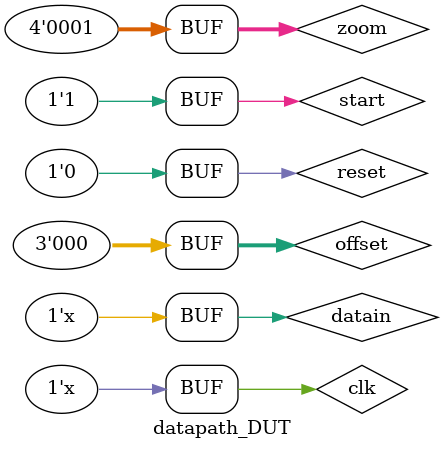
<source format=v>
`timescale 1ps/1ps
module datapath_DUT ();
    reg [3:0] zoom;
	reg [2:0]offset;
	reg datain,start,reset;
	reg  clk;
	wire  q;
data_path path (datain,start,reset,clk,zoom,offset,q);



initial begin
    clk    = 0 ;
    offset = 0;
    zoom   = 1;
    start  = 1 ;
    reset  = 0;
    datain = 0 ; 
end
always
begin
    #100 clk =~clk;
end
always
begin
    #1000 datain =~ datain ;
end
endmodule //datapath_DUT
</source>
